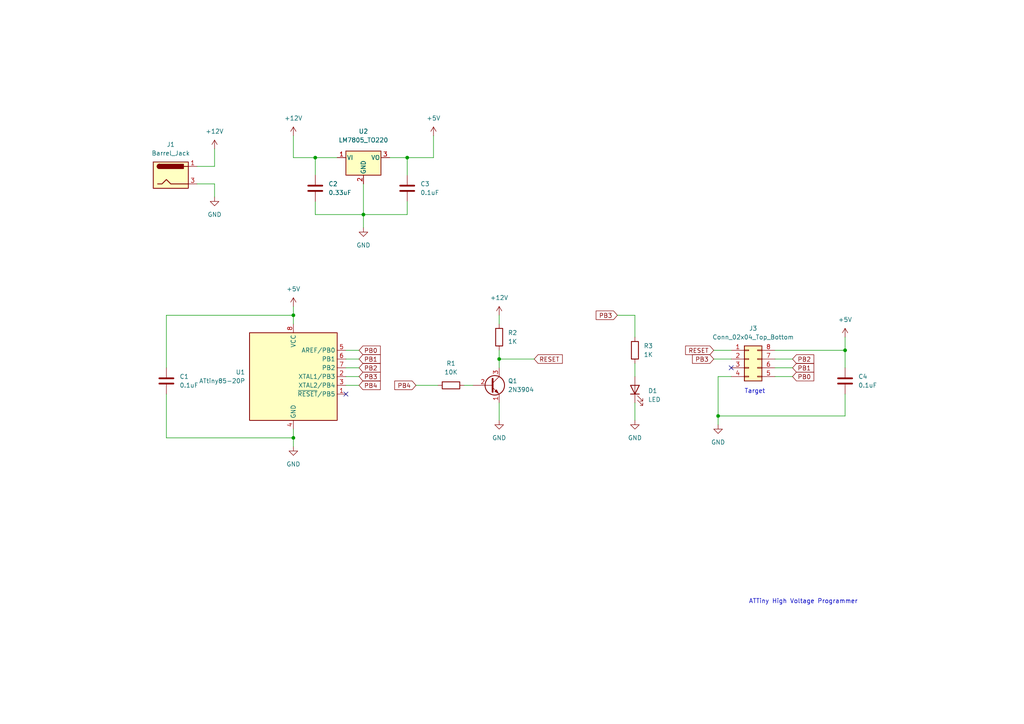
<source format=kicad_sch>
(kicad_sch (version 20211123) (generator eeschema)
  (paper "A4")
  (lib_symbols
    (symbol "Connector:Barrel_Jack" (pin_names (offset 1.016))
      (property "Reference" "J1" (at 0 8.89 0))
      (property "Value" "Barrel_Jack" (at 0 6.35 0))
      (symbol "Barrel_Jack_0_1"
        (rectangle (start -5.08 3.81) (end 5.08 -3.81) (stroke (width 0.254)) (fill (type background)))
        (arc (start -3.302 3.175) (mid -3.937 2.54) (end -3.302 1.905) (stroke (width 0.254)))
        (arc (start -3.302 3.175) (mid -3.937 2.54) (end -3.302 1.905) (stroke (width 0.254)) (fill (type outline)))
        (polyline (pts (xy 5.08 2.54) (xy 3.81 2.54)) (stroke (width 0.254)))
        (polyline (pts (xy -3.81 -2.54) (xy -2.54 -2.54) (xy -1.27 -1.27) (xy 0 -2.54) (xy 2.54 -2.54) (xy 5.08 -2.54)) (stroke (width 0.254)))
        (rectangle (start 3.683 3.175) (end -3.302 1.905) (stroke (width 0.254)) (fill (type outline)))
      )
      (symbol "Barrel_Jack_1_1"
        (pin passive line (at 7.62 2.54 180) (length 2.54) (name "~") (number "1"))
        (pin passive line (at 7.62 -2.54 180) (length 2.54) (name "~") (number "3"))
      )
    )
    (symbol "Connector_Generic:Conn_02x04_Counter_Clockwise" (pin_names (offset 1.016) hide)
      (property "Reference" "J" (at 1.27 5.08 0))
      (property "Value" "Conn_02x04_Counter_Clockwise" (at 1.27 -7.62 0))
      (symbol "Conn_02x04_Counter_Clockwise_1_1"
        (rectangle (start -1.27 -4.953) (end 0 -5.207) (stroke (width 0.1524)))
        (rectangle (start -1.27 -2.413) (end 0 -2.667) (stroke (width 0.1524)))
        (rectangle (start -1.27 0.127) (end 0 -0.127) (stroke (width 0.1524)))
        (rectangle (start -1.27 2.667) (end 0 2.413) (stroke (width 0.1524)))
        (rectangle (start -1.27 3.81) (end 3.81 -6.35) (stroke (width 0.254)) (fill (type background)))
        (rectangle (start 3.81 -4.953) (end 2.54 -5.207) (stroke (width 0.1524)))
        (rectangle (start 3.81 -2.413) (end 2.54 -2.667) (stroke (width 0.1524)))
        (rectangle (start 3.81 0.127) (end 2.54 -0.127) (stroke (width 0.1524)))
        (rectangle (start 3.81 2.667) (end 2.54 2.413) (stroke (width 0.1524)))
        (pin passive line (at -5.08 2.54 0) (length 3.81) (name "Pin_1") (number "1"))
        (pin passive line (at -5.08 0 0) (length 3.81) (name "Pin_2") (number "2"))
        (pin passive line (at -5.08 -2.54 0) (length 3.81) (name "Pin_3") (number "3"))
        (pin passive line (at -5.08 -5.08 0) (length 3.81) (name "Pin_4") (number "4"))
        (pin passive line (at 7.62 -5.08 180) (length 3.81) (name "Pin_5") (number "5"))
        (pin passive line (at 7.62 -2.54 180) (length 3.81) (name "Pin_6") (number "6"))
        (pin passive line (at 7.62 0 180) (length 3.81) (name "Pin_7") (number "7"))
        (pin passive line (at 7.62 2.54 180) (length 3.81) (name "Pin_8") (number "8"))
      )
    )
    (symbol "Device:C" (pin_numbers hide) (pin_names (offset 0.254))
      (property "Reference" "C" (at 0.635 2.54 0))
      (property "Value" "C" (at 0.635 -2.54 0))
      (symbol "C_0_1"
        (polyline (pts (xy -2.032 -0.762) (xy 2.032 -0.762)) (stroke (width 0.508)))
        (polyline (pts (xy -2.032 0.762) (xy 2.032 0.762)) (stroke (width 0.508)))
      )
      (symbol "C_1_1"
        (pin passive line (at 0 3.81 270) (length 2.794) (name "~") (number "1"))
        (pin passive line (at 0 -3.81 90) (length 2.794) (name "~") (number "2"))
      )
    )
    (symbol "Device:LED" (pin_numbers hide) (pin_names (offset 1.016) hide)
      (property "Reference" "D" (at 0 2.54 0))
      (property "Value" "LED" (at 0 -2.54 0))
      (symbol "LED_0_1"
        (polyline (pts (xy -1.27 -1.27) (xy -1.27 1.27)) (stroke (width 0.254)))
        (polyline (pts (xy -1.27 0) (xy 1.27 0)))
        (polyline (pts (xy 1.27 -1.27) (xy 1.27 1.27) (xy -1.27 0) (xy 1.27 -1.27)) (stroke (width 0.254)))
        (polyline (pts (xy -3.048 -0.762) (xy -4.572 -2.286) (xy -3.81 -2.286) (xy -4.572 -2.286) (xy -4.572 -1.524)))
        (polyline (pts (xy -1.778 -0.762) (xy -3.302 -2.286) (xy -2.54 -2.286) (xy -3.302 -2.286) (xy -3.302 -1.524)))
      )
      (symbol "LED_1_1"
        (pin passive line (at -3.81 0 0) (length 2.54) (name "K") (number "1"))
        (pin passive line (at 3.81 0 180) (length 2.54) (name "A") (number "2"))
      )
    )
    (symbol "Device:R" (pin_numbers hide) (pin_names (offset 0))
      (property "Reference" "R" (at 2.032 0 90))
      (property "Value" "R" (at 0 0 90))
      (symbol "R_0_1"
        (rectangle (start -1.016 -2.54) (end 1.016 2.54) (stroke (width 0.254)))
      )
      (symbol "R_1_1"
        (pin passive line (at 0 3.81 270) (length 1.27) (name "~") (number "1"))
        (pin passive line (at 0 -3.81 90) (length 1.27) (name "~") (number "2"))
      )
    )
    (symbol "MCU_Microchip_ATtiny:ATtiny85-20P"
      (property "Reference" "U" (at -12.7 13.97 0))
      (property "Value" "ATtiny85-20P" (at 2.54 -13.97 0))
      (symbol "ATtiny85-20P_0_1"
        (rectangle (start -12.7 -12.7) (end 12.7 12.7) (stroke (width 0.254)) (fill (type background)))
      )
      (symbol "ATtiny85-20P_1_1"
        (pin bidirectional line (at 15.24 -5.08 180) (length 2.54) (name "~{RESET}/PB5") (number "1"))
        (pin bidirectional line (at 15.24 0 180) (length 2.54) (name "XTAL1/PB3") (number "2"))
        (pin bidirectional line (at 15.24 -2.54 180) (length 2.54) (name "XTAL2/PB4") (number "3"))
        (pin power_in line (at 0 -15.24 90) (length 2.54) (name "GND") (number "4"))
        (pin bidirectional line (at 15.24 7.62 180) (length 2.54) (name "AREF/PB0") (number "5"))
        (pin bidirectional line (at 15.24 5.08 180) (length 2.54) (name "PB1") (number "6"))
        (pin bidirectional line (at 15.24 2.54 180) (length 2.54) (name "PB2") (number "7"))
        (pin power_in line (at 0 15.24 270) (length 2.54) (name "VCC") (number "8"))
      )
    )
    (symbol "Regulator_Linear:LM7805_TO220" (pin_names (offset 0.254))
      (property "Reference" "U" (at -3.81 3.175 0))
      (property "Value" "LM7805_TO220" (at 0 3.175 0))
      (symbol "LM7805_TO220_0_1"
        (rectangle (start -5.08 1.905) (end 5.08 -5.08) (stroke (width 0.254)) (fill (type background)))
      )
      (symbol "LM7805_TO220_1_1"
        (pin power_in line (at -7.62 0 0) (length 2.54) (name "VI") (number "1"))
        (pin power_in line (at 0 -7.62 90) (length 2.54) (name "GND") (number "2"))
        (pin power_out line (at 7.62 0 180) (length 2.54) (name "VO") (number "3"))
      )
    )
    (symbol "Transistor_BJT:2N3904" (pin_names (offset 0) hide)
      (property "Reference" "Q" (at 5.08 1.905 0))
      (property "Value" "2N3904" (at 5.08 0 0))
      (symbol "2N3904_0_1"
        (polyline (pts (xy 0.635 0.635) (xy 2.54 2.54)))
        (polyline (pts (xy 0.635 -0.635) (xy 2.54 -2.54) (xy 2.54 -2.54)))
        (polyline (pts (xy 0.635 1.905) (xy 0.635 -1.905) (xy 0.635 -1.905)) (stroke (width 0.508)))
        (polyline (pts (xy 1.27 -1.778) (xy 1.778 -1.27) (xy 2.286 -2.286) (xy 1.27 -1.778) (xy 1.27 -1.778)) (fill (type outline)))
        (circle (center 1.27 0) (radius 2.8194) (stroke (width 0.254)))
      )
      (symbol "2N3904_1_1"
        (pin passive line (at 2.54 -5.08 90) (length 2.54) (name "E") (number "1"))
        (pin passive line (at -5.08 0 0) (length 5.715) (name "B") (number "2"))
        (pin passive line (at 2.54 5.08 270) (length 2.54) (name "C") (number "3"))
      )
    )
    (symbol "power:+12V" (power) (pin_names (offset 0))
      (property "Value" "+12V" (at 0 3.556 0))
      (symbol "+12V_0_1"
        (polyline (pts (xy -0.762 1.27) (xy 0 2.54)))
        (polyline (pts (xy 0 0) (xy 0 2.54)))
        (polyline (pts (xy 0 2.54) (xy 0.762 1.27)))
      )
      (symbol "+12V_1_1"
        (pin power_in line (at 0 0 90) (length 0) hide (name "+12V") (number "1"))
      )
    )
    (symbol "power:+5V" (power) (pin_names (offset 0))
      (property "Value" "+5V" (at 0 3.556 0))
      (symbol "+5V_0_1"
        (polyline (pts (xy -0.762 1.27) (xy 0 2.54)))
        (polyline (pts (xy 0 0) (xy 0 2.54)))
        (polyline (pts (xy 0 2.54) (xy 0.762 1.27)))
      )
      (symbol "+5V_1_1"
        (pin power_in line (at 0 0 90) (length 0) hide (name "+5V") (number "1"))
      )
    )
    (symbol "power:GND" (power) (pin_names (offset 0))
      (property "Value" "GND" (at 0 -3.81 0))
      (symbol "GND_0_1"
        (polyline (pts (xy 0 0) (xy 0 -1.27) (xy 1.27 -1.27) (xy 0 -2.54) (xy -1.27 -1.27) (xy 0 -1.27)))
      )
      (symbol "GND_1_1"
        (pin power_in line (at 0 0 270) (length 0) hide (name "GND") (number "1"))
      )
    )
  )
  (junction (at 245.11 101.6))
  (junction (at 105.41 62.23))
  (junction (at 91.44 45.72))
  (junction (at 85.09 91.44))
  (junction (at 118.11 45.72))
  (junction (at 144.78 104.14))
  (junction (at 85.09 127))
  (junction (at 208.28 120.65))
  (no_connect (at 212.09 106.68))
  (no_connect (at 100.33 114.3))
  (wire (pts (xy 245.11 101.6) (xy 245.11 106.68)))
  (wire (pts (xy 85.09 88.9) (xy 85.09 91.44)))
  (wire (pts (xy 48.26 114.3) (xy 48.26 127)))
  (wire (pts (xy 62.23 48.26) (xy 62.23 43.18)))
  (wire (pts (xy 48.26 91.44) (xy 85.09 91.44)))
  (wire (pts (xy 207.01 104.14) (xy 212.09 104.14)))
  (wire (pts (xy 184.15 116.84) (xy 184.15 121.92)))
  (wire (pts (xy 224.79 109.22) (xy 229.87 109.22)))
  (wire (pts (xy 144.78 104.14) (xy 154.94 104.14)))
  (wire (pts (xy 207.01 101.6) (xy 212.09 101.6)))
  (wire (pts (xy 85.09 45.72) (xy 91.44 45.72)))
  (wire (pts (xy 184.15 97.79) (xy 184.15 91.44)))
  (wire (pts (xy 144.78 116.84) (xy 144.78 121.92)))
  (wire (pts (xy 85.09 127) (xy 85.09 129.54)))
  (wire (pts (xy 125.73 45.72) (xy 118.11 45.72)))
  (wire (pts (xy 100.33 106.68) (xy 104.14 106.68)))
  (wire (pts (xy 62.23 53.34) (xy 62.23 57.15)))
  (wire (pts (xy 91.44 58.42) (xy 91.44 62.23)))
  (wire (pts (xy 91.44 45.72) (xy 97.79 45.72)))
  (wire (pts (xy 184.15 91.44) (xy 179.07 91.44)))
  (wire (pts (xy 100.33 109.22) (xy 104.14 109.22)))
  (wire (pts (xy 105.41 62.23) (xy 105.41 66.04)))
  (wire (pts (xy 134.62 111.76) (xy 137.16 111.76)))
  (wire (pts (xy 85.09 124.46) (xy 85.09 127)))
  (wire (pts (xy 208.28 120.65) (xy 208.28 123.19)))
  (wire (pts (xy 144.78 101.6) (xy 144.78 104.14)))
  (wire (pts (xy 144.78 91.44) (xy 144.78 93.98)))
  (wire (pts (xy 91.44 62.23) (xy 105.41 62.23)))
  (wire (pts (xy 144.78 104.14) (xy 144.78 106.68)))
  (wire (pts (xy 100.33 111.76) (xy 104.14 111.76)))
  (wire (pts (xy 57.15 53.34) (xy 62.23 53.34)))
  (wire (pts (xy 100.33 101.6) (xy 104.14 101.6)))
  (wire (pts (xy 120.65 111.76) (xy 127 111.76)))
  (wire (pts (xy 85.09 39.37) (xy 85.09 45.72)))
  (wire (pts (xy 57.15 48.26) (xy 62.23 48.26)))
  (wire (pts (xy 118.11 45.72) (xy 113.03 45.72)))
  (wire (pts (xy 245.11 114.3) (xy 245.11 120.65)))
  (wire (pts (xy 118.11 50.8) (xy 118.11 45.72)))
  (wire (pts (xy 245.11 101.6) (xy 224.79 101.6)))
  (wire (pts (xy 48.26 127) (xy 85.09 127)))
  (wire (pts (xy 245.11 120.65) (xy 208.28 120.65)))
  (wire (pts (xy 85.09 91.44) (xy 85.09 93.98)))
  (wire (pts (xy 91.44 45.72) (xy 91.44 50.8)))
  (wire (pts (xy 208.28 109.22) (xy 208.28 120.65)))
  (wire (pts (xy 105.41 62.23) (xy 118.11 62.23)))
  (wire (pts (xy 105.41 53.34) (xy 105.41 62.23)))
  (wire (pts (xy 118.11 62.23) (xy 118.11 58.42)))
  (wire (pts (xy 224.79 106.68) (xy 229.87 106.68)))
  (wire (pts (xy 245.11 97.79) (xy 245.11 101.6)))
  (wire (pts (xy 212.09 109.22) (xy 208.28 109.22)))
  (wire (pts (xy 125.73 39.37) (xy 125.73 45.72)))
  (wire (pts (xy 48.26 106.68) (xy 48.26 91.44)))
  (wire (pts (xy 184.15 105.41) (xy 184.15 109.22)))
  (wire (pts (xy 100.33 104.14) (xy 104.14 104.14)))
  (wire (pts (xy 224.79 104.14) (xy 229.87 104.14)))
  (text "ATTiny High Voltage Programmer" (at 217.17 175.26 0) (effects (font (size 1.27 1.27)) (justify left bottom)))
  (text "Target" (at 215.9 114.3 0) (effects (font (size 1.27 1.27)) (justify left bottom)))
  (global_label "PB4" (shape input) (at 104.14 111.76 0) (property "Intersheet References" "${INTERSHEET_REFS}" (effects hide)))
  (global_label "PB3" (shape input) (at 207.01 104.14 180) (property "Intersheet References" "${INTERSHEET_REFS}" (effects hide)))
  (global_label "PB3" (shape input) (at 179.07 91.44 180) (property "Intersheet References" "${INTERSHEET_REFS}" (effects hide)))
  (global_label "PB3" (shape input) (at 104.14 109.22 0) (property "Intersheet References" "${INTERSHEET_REFS}" (effects hide)))
  (global_label "RESET" (shape input) (at 207.01 101.6 180) (property "Intersheet References" "${INTERSHEET_REFS}" (effects hide)))
  (global_label "RESET" (shape input) (at 154.94 104.14 0) (property "Intersheet References" "${INTERSHEET_REFS}" (effects hide)))
  (global_label "PB4" (shape input) (at 120.65 111.76 180) (property "Intersheet References" "${INTERSHEET_REFS}" (effects hide)))
  (global_label "PB2" (shape input) (at 104.14 106.68 0) (property "Intersheet References" "${INTERSHEET_REFS}" (effects hide)))
  (global_label "PB2" (shape input) (at 229.87 104.14 0) (property "Intersheet References" "${INTERSHEET_REFS}" (effects hide)))
  (global_label "PB1" (shape input) (at 104.14 104.14 0) (property "Intersheet References" "${INTERSHEET_REFS}" (effects hide)))
  (global_label "PB0" (shape input) (at 229.87 109.22 0) (property "Intersheet References" "${INTERSHEET_REFS}" (effects hide)))
  (global_label "PB1" (shape input) (at 229.87 106.68 0) (property "Intersheet References" "${INTERSHEET_REFS}" (effects hide)))
  (global_label "PB0" (shape input) (at 104.14 101.6 0) (property "Intersheet References" "${INTERSHEET_REFS}" (effects hide)))
  (symbol (lib_id "Device:C") (at 245.11 110.49 0) (unit 1)
    (property "Reference" "C4" (at 248.92 109.2199 0) (effects (justify left)))
    (property "Value" "0.1uF" (at 248.92 111.7599 0) (effects (justify left)))
    (property "Footprint" "Capacitor_THT:C_Disc_D10.0mm_W2.5mm_P5.00mm" (effects hide))
  )
  (symbol (lib_id "Device:R") (at 184.15 101.6 0) (unit 1)
    (property "Reference" "R3" (at 186.69 100.3299 0) (effects (justify left)))
    (property "Value" "1K" (at 186.69 102.8699 0) (effects (justify left)))
    (property "Footprint" "Resistor_THT:R_Axial_DIN0207_L6.3mm_D2.5mm_P5.08mm_Vertical" (effects hide))
  )
  (symbol (lib_id "MCU_Microchip_ATtiny:ATtiny85-20P") (at 85.09 109.22 0) (unit 1)
    (property "Reference" "U1" (at 71.12 107.9499 0) (effects (justify right)))
    (property "Value" "ATtiny85-20P" (at 71.12 110.4899 0) (effects (justify right)))
    (property "Footprint" "Package_DIP:DIP-8_W7.62mm" (effects hide))
    (property "Datasheet" "http://ww1.microchip.com/downloads/en/DeviceDoc/atmel-2586-avr-8-bit-microcontroller-attiny25-attiny45-attiny85_datasheet.pdf" (effects hide))
  )
  (symbol (lib_id "power:+12V") (at 144.78 91.44 0) (unit 1)
    (property "Reference" "#PWR010" (effects hide))
    (property "Value" "+12V" (at 144.78 86.36 0))
  )
  (symbol (lib_id "Device:C") (at 48.26 110.49 0) (unit 1)
    (property "Reference" "C1" (at 52.07 109.2199 0) (effects (justify left)))
    (property "Value" "0.1uF" (at 52.07 111.7599 0) (effects (justify left)))
    (property "Footprint" "Capacitor_THT:C_Disc_D10.0mm_W2.5mm_P5.00mm" (effects hide))
  )
  (symbol (lib_id "power:GND") (at 105.41 66.04 0) (unit 1)
    (property "Reference" "#PWR08" (effects hide))
    (property "Value" "GND" (at 105.41 71.12 0))
  )
  (symbol (lib_id "power:GND") (at 144.78 121.92 0) (unit 1)
    (property "Reference" "#PWR011" (effects hide))
    (property "Value" "GND" (at 144.78 127 0))
  )
  (symbol (lib_id "power:GND") (at 62.23 57.15 0) (unit 1)
    (property "Reference" "#PWR02" (effects hide))
    (property "Value" "GND" (at 62.23 62.23 0))
  )
  (symbol (lib_id "power:+5V") (at 245.11 97.79 0) (unit 1)
    (property "Reference" "#PWR014" (effects hide))
    (property "Value" "+5V" (at 245.11 92.71 0))
  )
  (symbol (lib_id "Transistor_BJT:2N3904") (at 142.24 111.76 0) (unit 1)
    (property "Reference" "Q1" (at 147.32 110.4899 0) (effects (justify left)))
    (property "Value" "2N3904" (at 147.32 113.0299 0) (effects (justify left)))
    (property "Footprint" "Package_TO_SOT_THT:TO-92_Inline_Wide" (effects hide))
    (property "Datasheet" "https://www.onsemi.com/pub/Collateral/2N3903-D.PDF" (effects hide))
  )
  (symbol (lib_id "Regulator_Linear:LM7805_TO220") (at 105.41 45.72 0) (unit 1)
    (property "Reference" "U2" (at 105.41 38.1 0))
    (property "Value" "LM7805_TO220" (at 105.41 40.64 0))
    (property "Footprint" "Package_TO_SOT_THT:TO-220-3_Vertical" (effects hide))
    (property "Datasheet" "https://www.onsemi.cn/PowerSolutions/document/MC7800-D.PDF" (effects hide))
  )
  (symbol (lib_id "Device:R") (at 144.78 97.79 0) (unit 1)
    (property "Reference" "R2" (at 147.32 96.5199 0) (effects (justify left)))
    (property "Value" "1K" (at 147.32 99.0599 0) (effects (justify left)))
    (property "Footprint" "Resistor_THT:R_Axial_DIN0207_L6.3mm_D2.5mm_P7.62mm_Horizontal" (effects hide))
  )
  (symbol (lib_id "Connector:Barrel_Jack") (at 49.53 50.8 0) (unit 1)
    (property "Reference" "J1" (at 49.53 41.91 0))
    (property "Value" "Barrel_Jack" (at 49.53 44.45 0))
    (property "Footprint" "Connector_PinHeader_2.54mm:PinHeader_1x03_P2.54mm_Vertical" (effects hide))
  )
  (symbol (lib_id "power:+5V") (at 125.73 39.37 0) (unit 1)
    (property "Reference" "#PWR09" (effects hide))
    (property "Value" "+5V" (at 125.73 34.29 0))
  )
  (symbol (lib_id "Connector_Generic:Conn_02x04_Counter_Clockwise") (at 217.17 104.14 0) (unit 1)
    (property "Reference" "J3" (at 218.44 95.25 0))
    (property "Value" "Conn_02x04_Top_Bottom" (at 218.44 97.79 0))
    (property "Footprint" "Package_DIP:DIP-8_W7.62mm_Socket" (effects hide))
  )
  (symbol (lib_id "power:+5V") (at 85.09 88.9 0) (unit 1)
    (property "Reference" "#PWR05" (effects hide))
    (property "Value" "+5V" (at 85.09 83.82 0))
  )
  (symbol (lib_id "Device:C") (at 118.11 54.61 0) (unit 1)
    (property "Reference" "C3" (at 121.92 53.3399 0) (effects (justify left)))
    (property "Value" "0.1uF" (at 121.92 55.8799 0) (effects (justify left)))
    (property "Footprint" "Capacitor_THT:C_Disc_D10.0mm_W2.5mm_P5.00mm" (effects hide))
  )
  (symbol (lib_id "power:+12V") (at 62.23 43.18 0) (unit 1)
    (property "Reference" "#PWR01" (effects hide))
    (property "Value" "+12V" (at 62.23 38.1 0))
  )
  (symbol (lib_id "Device:R") (at 130.81 111.76 90) (unit 1)
    (property "Reference" "R1" (at 130.81 105.41 90))
    (property "Value" "10K" (at 130.81 107.95 90))
    (property "Footprint" "Resistor_THT:R_Axial_DIN0207_L6.3mm_D2.5mm_P2.54mm_Vertical" (effects hide))
  )
  (symbol (lib_id "Device:LED") (at 184.15 113.03 90) (unit 1)
    (property "Reference" "D1" (at 187.96 113.3474 90) (effects (justify right)))
    (property "Value" "LED" (at 187.96 115.8874 90) (effects (justify right)))
    (property "Footprint" "LED_THT:LED_D3.0mm" (effects hide))
  )
  (symbol (lib_id "power:GND") (at 184.15 121.92 0) (unit 1)
    (property "Reference" "#PWR012" (effects hide))
    (property "Value" "GND" (at 184.15 127 0))
  )
  (symbol (lib_id "power:+12V") (at 85.09 39.37 0) (unit 1)
    (property "Reference" "#PWR04" (effects hide))
    (property "Value" "+12V" (at 85.09 34.29 0))
  )
  (symbol (lib_id "power:GND") (at 85.09 129.54 0) (unit 1)
    (property "Reference" "#PWR06" (effects hide))
    (property "Value" "GND" (at 85.09 134.62 0))
  )
  (symbol (lib_id "power:GND") (at 208.28 123.19 0) (unit 1)
    (property "Reference" "#PWR013" (effects hide))
    (property "Value" "GND" (at 208.28 128.27 0))
  )
  (symbol (lib_id "Device:C") (at 91.44 54.61 0) (unit 1)
    (property "Reference" "C2" (at 95.25 53.3399 0) (effects (justify left)))
    (property "Value" "0.33uF" (at 95.25 55.8799 0) (effects (justify left)))
    (property "Footprint" "Capacitor_THT:C_Disc_D10.0mm_W2.5mm_P5.00mm" (effects hide))
  )
)
</source>
